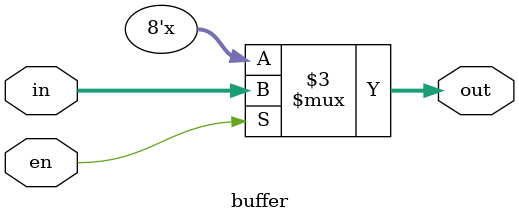
<source format=v>
module buffer(in,en,out);
  parameter WIDTH = 8;
  input [WIDTH-1:0] in;
  input en;
  output reg [WIDTH-1:0] out;
  always@(*)
    if(en) out <= in[WIDTH-1:0];
	else   out <= {WIDTH{1'bz}};
endmodule
</source>
